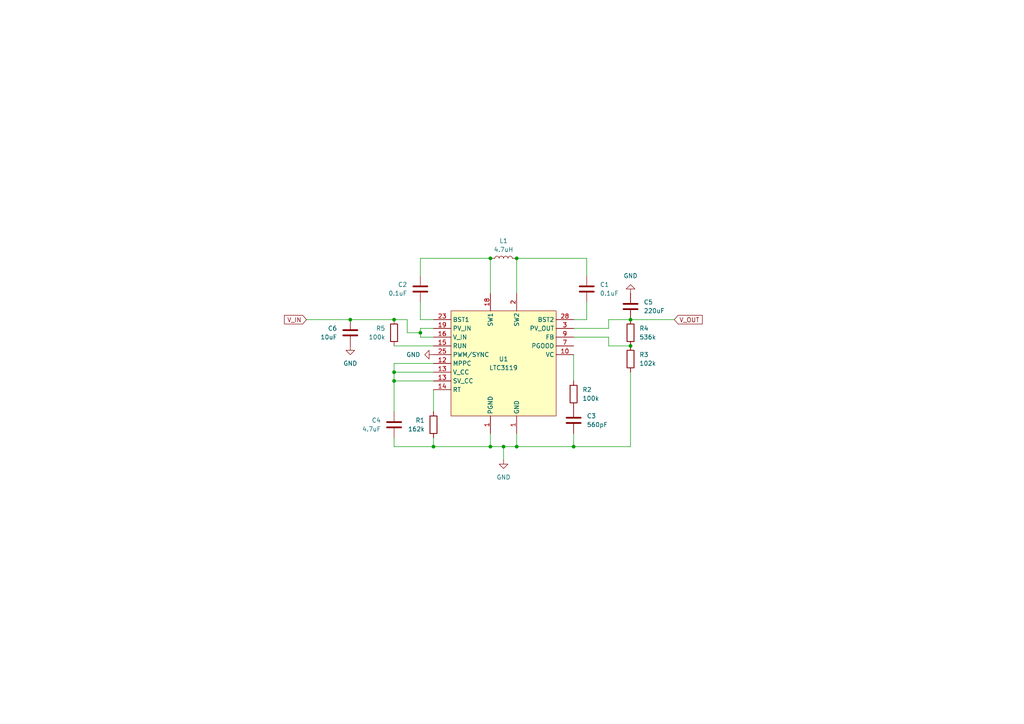
<source format=kicad_sch>
(kicad_sch (version 20250114) (generator "eeschema") (generator_version "9.0")
  (paper "A4")
  (lib_symbols
    (symbol "Device:C" (pin_numbers (hide yes)) (pin_names (offset 0.254))
      (property "Reference" "C" (at 0.635 2.54 0))
      (property "Value" "C" (at 0.635 -2.54 0))
      (symbol "C_0_1"
        (polyline (pts (xy -2.032 0.762) (xy 2.032 0.762)) (stroke (width 0.508)))
        (polyline (pts (xy -2.032 -0.762) (xy 2.032 -0.762)) (stroke (width 0.508)))
      )
      (symbol "C_1_1"
        (pin passive line (at 0 3.81 270) (length 2.794) (name "~") (number "1"))
        (pin passive line (at 0 -3.81 90) (length 2.794) (name "~") (number "2"))
      )
    )
    (symbol "Device:L" (pin_numbers (hide yes)) (pin_names (offset 1.016) (hide yes))
      (property "Reference" "L" (at -1.27 0 90))
      (property "Value" "L" (at 1.905 0 90))
      (symbol "L_0_1"
        (arc (start 0 2.54) (mid 0.6323 1.905) (end 0 1.27))
        (arc (start 0 1.27) (mid 0.6323 0.635) (end 0 0))
        (arc (start 0 0) (mid 0.6323 -0.635) (end 0 -1.27))
        (arc (start 0 -1.27) (mid 0.6323 -1.905) (end 0 -2.54))
      )
      (symbol "L_1_1"
        (pin passive line (at 0 3.81 270) (length 1.27) (name "1") (number "1"))
        (pin passive line (at 0 -3.81 90) (length 1.27) (name "2") (number "2"))
      )
    )
    (symbol "Device:R" (pin_numbers (hide yes)) (pin_names (offset 0))
      (property "Reference" "R" (at 2.032 0 90))
      (property "Value" "R" (at 0 0 90))
      (symbol "R_0_1"
        (rectangle (start -1.016 -2.54) (end 1.016 2.54) (stroke (width 0.254)))
      )
      (symbol "R_1_1"
        (pin passive line (at 0 3.81 270) (length 1.27) (name "~") (number "1"))
        (pin passive line (at 0 -3.81 90) (length 1.27) (name "~") (number "2"))
      )
    )
    (symbol "common:LTC3119"
      (property "Reference" "U" (at 0 1.27 0))
      (property "Value" "LTC3119" (at 0 -1.27 0))
      (symbol "LTC3119_1_1"
        (rectangle (start -15.24 15.24) (end 15.24 -15.24) (fill (type background)))
        (pin unspecified line (at -20.32 12.7 0) (length 5.08) (name "BST1") (number "23"))
        (pin unspecified line (at -20.32 10.16 0) (length 5.08) (name "PV_IN") (number "19"))
        (pin unspecified line (at -20.32 7.62 0) (length 5.08) (name "V_IN") (number "16"))
        (pin unspecified line (at -20.32 5.08 0) (length 5.08) (name "RUN") (number "15"))
        (pin unspecified line (at -20.32 2.54 0) (length 5.08) (name "PWM/SYNC") (number "25"))
        (pin unspecified line (at -20.32 0 0) (length 5.08) (name "MPPC") (number "12"))
        (pin unspecified line (at -20.32 -2.54 0) (length 5.08) (name "V_CC") (number "13"))
        (pin unspecified line (at -20.32 -5.08 0) (length 5.08) (name "SV_CC") (number "13"))
        (pin unspecified line (at -20.32 -7.62 0) (length 5.08) (name "RT") (number "14"))
        (pin unspecified line (at -3.81 20.32 270) (length 5.08) (name "SW1") (number "18"))
        (pin unspecified line (at -3.81 -20.32 90) (length 5.08) (name "PGND") (number "1"))
        (pin unspecified line (at 3.81 20.32 270) (length 5.08) (name "SW2") (number "2"))
        (pin unspecified line (at 3.81 -20.32 90) (length 5.08) (name "GND") (number "1"))
        (pin unspecified line (at 20.32 12.7 180) (length 5.08) (name "BST2") (number "28"))
        (pin unspecified line (at 20.32 10.16 180) (length 5.08) (name "PV_OUT") (number "3"))
        (pin unspecified line (at 20.32 7.62 180) (length 5.08) (name "FB") (number "9"))
        (pin unspecified line (at 20.32 5.08 180) (length 5.08) (name "PGOOD") (number "7"))
        (pin unspecified line (at 20.32 2.54 180) (length 5.08) (name "VC") (number "10"))
      )
    )
    (symbol "power:GND" (power) (pin_numbers (hide yes)) (pin_names (offset 0) (hide yes))
      (property "Value" "GND" (at 0 -3.81 0))
      (symbol "GND_0_1"
        (polyline (pts (xy 0 0) (xy 0 -1.27) (xy 1.27 -1.27) (xy 0 -2.54) (xy -1.27 -1.27) (xy 0 -1.27)))
      )
      (symbol "GND_1_1"
        (pin power_in line (at 0 0 270) (length 0) (name "~") (number "1"))
      )
    )
  )
  (junction (at 146.05 129.54))
  (junction (at 149.86 129.54))
  (junction (at 121.92 96.52))
  (junction (at 142.24 74.93))
  (junction (at 114.3 92.71))
  (junction (at 142.24 129.54))
  (junction (at 182.88 92.71))
  (junction (at 101.6 92.71))
  (junction (at 166.37 129.54))
  (junction (at 114.3 107.95))
  (junction (at 125.73 129.54))
  (junction (at 114.3 110.49))
  (junction (at 149.86 74.93))
  (junction (at 182.88 100.33))
  (wire (pts (xy 88.9 92.71) (xy 101.6 92.71)))
  (wire (pts (xy 121.92 97.79) (xy 125.73 97.79)))
  (wire (pts (xy 121.92 74.93) (xy 121.92 80.01)))
  (wire (pts (xy 142.24 129.54) (xy 142.24 125.73)))
  (wire (pts (xy 176.53 100.33) (xy 182.88 100.33)))
  (wire (pts (xy 121.92 87.63) (xy 121.92 92.71)))
  (wire (pts (xy 114.3 129.54) (xy 125.73 129.54)))
  (wire (pts (xy 101.6 92.71) (xy 114.3 92.71)))
  (wire (pts (xy 182.88 129.54) (xy 166.37 129.54)))
  (wire (pts (xy 114.3 105.41) (xy 125.73 105.41)))
  (wire (pts (xy 146.05 129.54) (xy 142.24 129.54)))
  (wire (pts (xy 146.05 133.35) (xy 146.05 129.54)))
  (wire (pts (xy 114.3 105.41) (xy 114.3 107.95)))
  (wire (pts (xy 121.92 96.52) (xy 121.92 95.25)))
  (wire (pts (xy 121.92 96.52) (xy 121.92 97.79)))
  (wire (pts (xy 118.11 96.52) (xy 121.92 96.52)))
  (wire (pts (xy 176.53 92.71) (xy 182.88 92.71)))
  (wire (pts (xy 114.3 107.95) (xy 125.73 107.95)))
  (wire (pts (xy 114.3 127) (xy 114.3 129.54)))
  (wire (pts (xy 170.18 74.93) (xy 149.86 74.93)))
  (wire (pts (xy 125.73 119.38) (xy 125.73 113.03)))
  (wire (pts (xy 166.37 110.49) (xy 166.37 102.87)))
  (wire (pts (xy 170.18 92.71) (xy 166.37 92.71)))
  (wire (pts (xy 121.92 74.93) (xy 142.24 74.93)))
  (wire (pts (xy 121.92 92.71) (xy 125.73 92.71)))
  (wire (pts (xy 176.53 100.33) (xy 176.53 97.79)))
  (wire (pts (xy 121.92 95.25) (xy 125.73 95.25)))
  (wire (pts (xy 114.3 110.49) (xy 125.73 110.49)))
  (wire (pts (xy 125.73 129.54) (xy 142.24 129.54)))
  (wire (pts (xy 142.24 74.93) (xy 142.24 85.09)))
  (wire (pts (xy 114.3 92.71) (xy 118.11 92.71)))
  (wire (pts (xy 149.86 74.93) (xy 149.86 85.09)))
  (wire (pts (xy 182.88 92.71) (xy 195.58 92.71)))
  (wire (pts (xy 114.3 107.95) (xy 114.3 110.49)))
  (wire (pts (xy 114.3 100.33) (xy 125.73 100.33)))
  (wire (pts (xy 176.53 95.25) (xy 176.53 92.71)))
  (wire (pts (xy 166.37 95.25) (xy 176.53 95.25)))
  (wire (pts (xy 114.3 110.49) (xy 114.3 119.38)))
  (wire (pts (xy 182.88 107.95) (xy 182.88 129.54)))
  (wire (pts (xy 170.18 87.63) (xy 170.18 92.71)))
  (wire (pts (xy 118.11 92.71) (xy 118.11 96.52)))
  (wire (pts (xy 166.37 125.73) (xy 166.37 129.54)))
  (wire (pts (xy 176.53 97.79) (xy 166.37 97.79)))
  (wire (pts (xy 170.18 74.93) (xy 170.18 80.01)))
  (wire (pts (xy 166.37 129.54) (xy 149.86 129.54)))
  (wire (pts (xy 125.73 129.54) (xy 125.73 127)))
  (wire (pts (xy 146.05 129.54) (xy 149.86 129.54)))
  (wire (pts (xy 149.86 129.54) (xy 149.86 125.73)))
  (global_label "V_IN" (shape input) (at 88.9 92.71 180) (property "Intersheetrefs" "${INTERSHEET_REFS}" (effects (hide yes))))
  (global_label "V_OUT" (shape input) (at 195.58 92.71 0) (property "Intersheetrefs" "${INTERSHEET_REFS}" (effects (hide yes))))
  (symbol (lib_id "Device:R") (at 182.88 104.14 0) (unit 1)
    (property "Reference" "R3" (at 185.42 102.8699 0) (effects (justify left)))
    (property "Value" "102k" (at 185.42 105.4099 0) (effects (justify left)))
    (property "Description" "Resistor" (effects (hide yes)))
  )
  (symbol (lib_id "Device:C") (at 121.92 83.82 0) (mirror x) (unit 1)
    (property "Reference" "C2" (at 118.11 82.5499 0) (effects (justify right)))
    (property "Value" "0.1uF" (at 118.11 85.0899 0) (effects (justify right)))
    (property "Description" "Unpolarized capacitor" (effects (hide yes)))
  )
  (symbol (lib_id "Device:R") (at 125.73 123.19 0) (mirror y) (unit 1)
    (property "Reference" "R1" (at 123.19 121.9199 0) (effects (justify left)))
    (property "Value" "162k" (at 123.19 124.4599 0) (effects (justify left)))
    (property "Description" "Resistor" (effects (hide yes)))
  )
  (symbol (lib_id "Device:C") (at 166.37 121.92 0) (unit 1)
    (property "Reference" "C3" (at 170.18 120.6499 0) (effects (justify left)))
    (property "Value" "560pF" (at 170.18 123.1899 0) (effects (justify left)))
    (property "Description" "Unpolarized capacitor" (effects (hide yes)))
  )
  (symbol (lib_id "Device:R") (at 166.37 114.3 0) (unit 1)
    (property "Reference" "R2" (at 168.91 113.0299 0) (effects (justify left)))
    (property "Value" "100k" (at 168.91 115.5699 0) (effects (justify left)))
    (property "Description" "Resistor" (effects (hide yes)))
  )
  (symbol (lib_id "power:GND") (at 125.73 102.87 270) (unit 1)
    (property "Reference" "#PWR02" (effects (hide yes)))
    (property "Value" "GND" (at 121.92 102.8699 90) (effects (justify right)))
    (property "Description" "Power symbol creates a global label with name \"GND\" , ground" (effects (hide yes)))
  )
  (symbol (lib_id "Device:C") (at 182.88 88.9 0) (unit 1)
    (property "Reference" "C5" (at 186.69 87.6299 0) (effects (justify left)))
    (property "Value" "220uF" (at 186.69 90.1699 0) (effects (justify left)))
    (property "Description" "Unpolarized capacitor" (effects (hide yes)))
  )
  (symbol (lib_id "power:GND") (at 146.05 133.35 0) (unit 1)
    (property "Reference" "#PWR01" (effects (hide yes)))
    (property "Value" "GND" (at 146.05 138.43 0))
    (property "Description" "Power symbol creates a global label with name \"GND\" , ground" (effects (hide yes)))
  )
  (symbol (lib_id "power:GND") (at 182.88 85.09 180) (unit 1)
    (property "Reference" "#PWR03" (effects (hide yes)))
    (property "Value" "GND" (at 182.88 80.01 0))
    (property "Description" "Power symbol creates a global label with name \"GND\" , ground" (effects (hide yes)))
  )
  (symbol (lib_id "Device:C") (at 114.3 123.19 0) (mirror x) (unit 1)
    (property "Reference" "C4" (at 110.49 121.9199 0) (effects (justify right)))
    (property "Value" "4.7uF" (at 110.49 124.4599 0) (effects (justify right)))
    (property "Description" "Unpolarized capacitor" (effects (hide yes)))
  )
  (symbol (lib_id "Device:R") (at 182.88 96.52 0) (unit 1)
    (property "Reference" "R4" (at 185.42 95.2499 0) (effects (justify left)))
    (property "Value" "536k" (at 185.42 97.7899 0) (effects (justify left)))
    (property "Description" "Resistor" (effects (hide yes)))
  )
  (symbol (lib_id "Device:R") (at 114.3 96.52 0) (mirror y) (unit 1)
    (property "Reference" "R5" (at 111.76 95.2499 0) (effects (justify left)))
    (property "Value" "100k" (at 111.76 97.7899 0) (effects (justify left)))
    (property "Description" "Resistor" (effects (hide yes)))
  )
  (symbol (lib_id "common:LTC3119") (at 146.05 105.41 0) (unit 1)
    (property "Reference" "U1" (at 146.05 104.14 0))
    (property "Value" "LTC3119" (at 146.05 106.68 0))
  )
  (symbol (lib_id "Device:C") (at 170.18 83.82 0) (unit 1)
    (property "Reference" "C1" (at 173.99 82.5499 0) (effects (justify left)))
    (property "Value" "0.1uF" (at 173.99 85.0899 0) (effects (justify left)))
    (property "Description" "Unpolarized capacitor" (effects (hide yes)))
  )
  (symbol (lib_id "power:GND") (at 101.6 100.33 0) (unit 1)
    (property "Reference" "#PWR04" (effects (hide yes)))
    (property "Value" "GND" (at 101.6 105.41 0))
    (property "Description" "Power symbol creates a global label with name \"GND\" , ground" (effects (hide yes)))
  )
  (symbol (lib_id "Device:L") (at 146.05 74.93 90) (unit 1)
    (property "Reference" "L1" (at 146.05 69.85 90))
    (property "Value" "4.7uH" (at 146.05 72.39 90))
    (property "Description" "Inductor" (effects (hide yes)))
  )
  (symbol (lib_id "Device:C") (at 101.6 96.52 0) (mirror x) (unit 1)
    (property "Reference" "C6" (at 97.79 95.2499 0) (effects (justify right)))
    (property "Value" "10uF" (at 97.79 97.7899 0) (effects (justify right)))
    (property "Description" "Unpolarized capacitor" (effects (hide yes)))
  )
)
</source>
